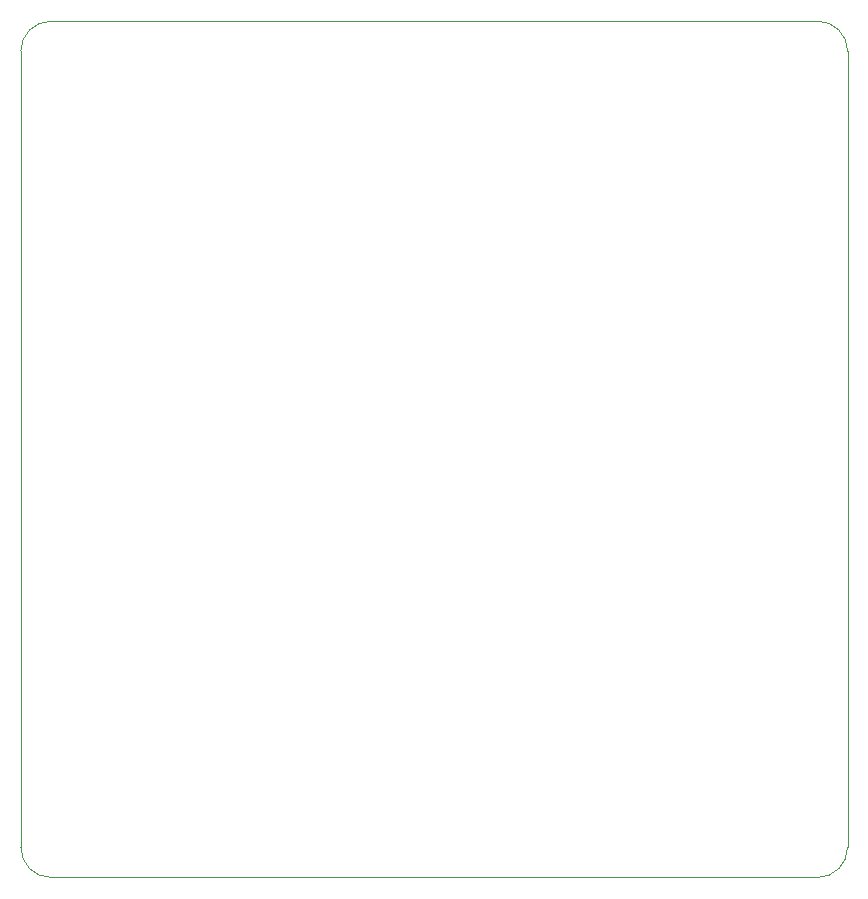
<source format=gbr>
%TF.GenerationSoftware,Altium Limited,Altium Designer,23.3.1 (30)*%
G04 Layer_Color=0*
%FSLAX45Y45*%
%MOMM*%
%TF.SameCoordinates,6F745D81-4E65-4738-B163-C7EBCDBB3273*%
%TF.FilePolarity,Positive*%
%TF.FileFunction,Profile,NP*%
%TF.Part,Single*%
G01*
G75*
%TA.AperFunction,Profile*%
%ADD63C,0.02540*%
D63*
X8250000Y4254000D02*
G03*
X8504000Y4000000I254000J0D01*
G01*
X14996001D01*
D02*
G03*
X15250000Y4254000I0J254000D01*
G01*
Y10996000D01*
D02*
G03*
X14996001Y11250000I-254000J0D01*
G01*
X8504000D01*
D02*
G03*
X8250000Y10996000I0J-254000D01*
G01*
Y4254000D01*
%TF.MD5,43d2e56f80572a605a6f5f81d58a5d64*%
M02*

</source>
